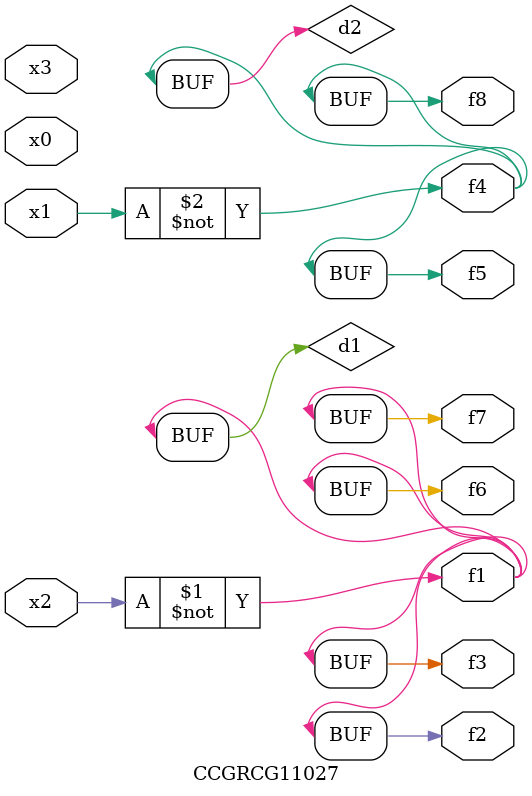
<source format=v>
module CCGRCG11027(
	input x0, x1, x2, x3,
	output f1, f2, f3, f4, f5, f6, f7, f8
);

	wire d1, d2;

	xnor (d1, x2);
	not (d2, x1);
	assign f1 = d1;
	assign f2 = d1;
	assign f3 = d1;
	assign f4 = d2;
	assign f5 = d2;
	assign f6 = d1;
	assign f7 = d1;
	assign f8 = d2;
endmodule

</source>
